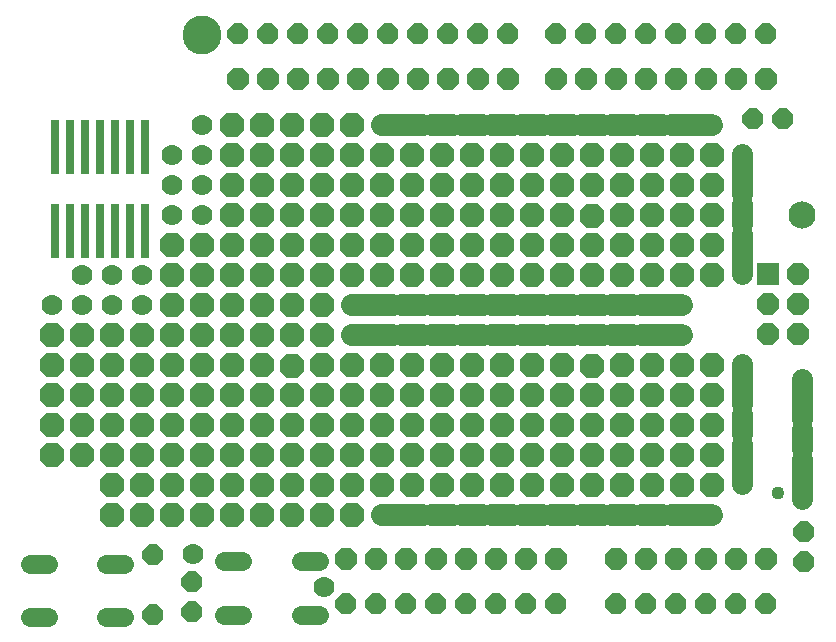
<source format=gts>
G75*
%MOIN*%
%OFA0B0*%
%FSLAX24Y24*%
%IPPOS*%
%LPD*%
%AMOC8*
5,1,8,0,0,1.08239X$1,22.5*
%
%ADD10C,0.1300*%
%ADD11C,0.0906*%
%ADD12C,0.0640*%
%ADD13OC8,0.0700*%
%ADD14C,0.0749*%
%ADD15R,0.0290X0.1790*%
%ADD16C,0.0700*%
%ADD17OC8,0.0740*%
%ADD18C,0.0700*%
%ADD19R,0.0740X0.0740*%
%ADD20C,0.0436*%
%ADD21OC8,0.0808*%
D10*
X006704Y020482D03*
D11*
X026704Y014482D03*
D12*
X001544Y001067D02*
X000944Y001067D01*
X000944Y002847D02*
X001544Y002847D01*
X003504Y002847D02*
X004104Y002847D01*
X004104Y001067D02*
X003504Y001067D01*
X007424Y001142D02*
X008024Y001142D01*
X008024Y002922D02*
X007424Y002922D01*
X009984Y002922D02*
X010584Y002922D01*
X010584Y001142D02*
X009984Y001142D01*
D13*
X011500Y001500D03*
X012500Y001500D03*
X013500Y001500D03*
X014500Y001500D03*
X015500Y001500D03*
X016500Y001500D03*
X017500Y001500D03*
X018500Y001500D03*
X020500Y001500D03*
X021500Y001500D03*
X022500Y001500D03*
X023500Y001500D03*
X024500Y001500D03*
X025500Y001500D03*
X026746Y002918D03*
X026746Y003918D03*
X026068Y017654D03*
X025068Y017654D03*
X025500Y020500D03*
X024500Y020500D03*
X023500Y020500D03*
X022500Y020500D03*
X021500Y020500D03*
X020500Y020500D03*
X019500Y020500D03*
X018500Y020500D03*
X016900Y020500D03*
X015900Y020500D03*
X014900Y020500D03*
X013900Y020500D03*
X012900Y020500D03*
X011900Y020500D03*
X010900Y020500D03*
X009900Y020500D03*
X008900Y020500D03*
X007900Y020500D03*
X005054Y003132D03*
X006354Y002232D03*
X006354Y001232D03*
X005054Y001132D03*
D14*
X012704Y004482D02*
X013413Y004482D01*
X013350Y004482D02*
X014058Y004482D01*
X014350Y004482D02*
X015058Y004482D01*
X015350Y004482D02*
X016058Y004482D01*
X016350Y004482D02*
X017058Y004482D01*
X017350Y004482D02*
X018058Y004482D01*
X018350Y004482D02*
X019058Y004482D01*
X019350Y004482D02*
X020058Y004482D01*
X020350Y004482D02*
X021058Y004482D01*
X021350Y004482D02*
X022058Y004482D01*
X022350Y004482D02*
X023058Y004482D01*
X022995Y004482D02*
X023704Y004482D01*
X022704Y010482D02*
X021995Y010482D01*
X022058Y010482D02*
X021350Y010482D01*
X021058Y010482D02*
X020350Y010482D01*
X020058Y010482D02*
X019350Y010482D01*
X019058Y010482D02*
X018350Y010482D01*
X018058Y010482D02*
X017350Y010482D01*
X017058Y010482D02*
X016350Y010482D01*
X016058Y010482D02*
X015350Y010482D01*
X015058Y010482D02*
X014350Y010482D01*
X014058Y010482D02*
X013350Y010482D01*
X013058Y010482D02*
X012350Y010482D01*
X012413Y010482D02*
X011704Y010482D01*
X011704Y011482D02*
X012413Y011482D01*
X012350Y011482D02*
X013058Y011482D01*
X013350Y011482D02*
X014058Y011482D01*
X014350Y011482D02*
X015058Y011482D01*
X015350Y011482D02*
X016058Y011482D01*
X016350Y011482D02*
X017058Y011482D01*
X017350Y011482D02*
X018058Y011482D01*
X018350Y011482D02*
X019058Y011482D01*
X019350Y011482D02*
X020058Y011482D01*
X020350Y011482D02*
X021058Y011482D01*
X021350Y011482D02*
X022058Y011482D01*
X021995Y011482D02*
X022704Y011482D01*
X022995Y017482D02*
X023704Y017482D01*
X023058Y017482D02*
X022350Y017482D01*
X022058Y017482D02*
X021350Y017482D01*
X021058Y017482D02*
X020350Y017482D01*
X020058Y017482D02*
X019350Y017482D01*
X019058Y017482D02*
X018350Y017482D01*
X018058Y017482D02*
X017350Y017482D01*
X017058Y017482D02*
X016350Y017482D01*
X016058Y017482D02*
X015350Y017482D01*
X015058Y017482D02*
X014350Y017482D01*
X014058Y017482D02*
X013350Y017482D01*
X013413Y017482D02*
X012704Y017482D01*
D15*
X004804Y016732D03*
X004304Y016732D03*
X003804Y016732D03*
X003304Y016732D03*
X002804Y016732D03*
X002304Y016732D03*
X001804Y016732D03*
X001804Y013932D03*
X002304Y013932D03*
X002804Y013932D03*
X003304Y013932D03*
X003804Y013932D03*
X004304Y013932D03*
X004804Y013932D03*
D16*
X005704Y014482D03*
X006704Y014482D03*
X006704Y015482D03*
X005704Y015482D03*
X005704Y016482D03*
X006704Y016482D03*
X006704Y017482D03*
X004704Y012482D03*
X003704Y012482D03*
X003704Y011482D03*
X004704Y011482D03*
X002704Y011482D03*
X001704Y011482D03*
X002704Y012482D03*
X006404Y003182D03*
X010754Y002082D03*
D17*
X011500Y003000D03*
X012500Y003000D03*
X013500Y003000D03*
X014500Y003000D03*
X015500Y003000D03*
X016500Y003000D03*
X017500Y003000D03*
X018500Y003000D03*
X020500Y003000D03*
X021500Y003000D03*
X022500Y003000D03*
X023500Y003000D03*
X024500Y003000D03*
X025500Y003000D03*
X025550Y010500D03*
X026550Y010500D03*
X026550Y011500D03*
X025550Y011500D03*
X026550Y012500D03*
X025500Y019000D03*
X024500Y019000D03*
X023500Y019000D03*
X022500Y019000D03*
X021500Y019000D03*
X020500Y019000D03*
X019500Y019000D03*
X018500Y019000D03*
X016900Y019000D03*
X015900Y019000D03*
X014900Y019000D03*
X013900Y019000D03*
X012900Y019000D03*
X011900Y019000D03*
X010900Y019000D03*
X009900Y019000D03*
X008900Y019000D03*
X007900Y019000D03*
D18*
X024700Y016500D02*
X024700Y015840D01*
X024700Y015830D02*
X024700Y015170D01*
X024700Y014830D02*
X024700Y014170D01*
X024700Y013830D02*
X024700Y013170D01*
X024700Y013160D02*
X024700Y012500D01*
X024700Y009500D02*
X024700Y008840D01*
X024700Y008830D02*
X024700Y008170D01*
X024700Y007830D02*
X024700Y007170D01*
X024700Y006830D02*
X024700Y006170D01*
X024700Y006160D02*
X024700Y005500D01*
X026700Y005660D02*
X026700Y005000D01*
X026700Y005670D02*
X026700Y006330D01*
X026700Y006670D02*
X026700Y007330D01*
X026700Y007670D02*
X026700Y008330D01*
X026700Y008340D02*
X026700Y009000D01*
D19*
X025550Y012500D03*
D20*
X025900Y005200D03*
D21*
X023704Y005482D03*
X023704Y006482D03*
X022704Y006482D03*
X021704Y006482D03*
X021704Y005482D03*
X022704Y005482D03*
X020704Y005482D03*
X019704Y005482D03*
X019704Y006482D03*
X020704Y006482D03*
X020704Y007482D03*
X019704Y007482D03*
X018704Y007482D03*
X017704Y007482D03*
X016704Y007482D03*
X015704Y007482D03*
X014704Y007482D03*
X013704Y007482D03*
X012704Y007482D03*
X011704Y007482D03*
X010704Y007482D03*
X009704Y007482D03*
X008704Y007482D03*
X007704Y007482D03*
X006704Y007482D03*
X005704Y007482D03*
X004704Y007482D03*
X003704Y007482D03*
X002704Y007482D03*
X001704Y007482D03*
X001704Y006482D03*
X002704Y006482D03*
X003704Y006482D03*
X004704Y006482D03*
X005704Y006482D03*
X006704Y006482D03*
X007704Y006482D03*
X008704Y006482D03*
X009704Y006482D03*
X010704Y006482D03*
X011704Y006482D03*
X012704Y006482D03*
X013704Y006482D03*
X014704Y006482D03*
X015704Y006482D03*
X016704Y006482D03*
X017704Y006482D03*
X018704Y006482D03*
X018704Y005482D03*
X017704Y005482D03*
X016704Y005482D03*
X015704Y005482D03*
X014704Y005482D03*
X013704Y005482D03*
X012704Y005482D03*
X011704Y005482D03*
X010704Y005482D03*
X009704Y005482D03*
X008704Y005482D03*
X007704Y005482D03*
X006704Y005482D03*
X005704Y005482D03*
X004704Y005482D03*
X003704Y005482D03*
X003704Y004482D03*
X004704Y004482D03*
X005704Y004482D03*
X006704Y004482D03*
X007704Y004482D03*
X008704Y004482D03*
X009704Y004482D03*
X010704Y004482D03*
X011704Y004482D03*
X011704Y008482D03*
X012704Y008482D03*
X013704Y008482D03*
X014704Y008482D03*
X015704Y008482D03*
X016704Y008482D03*
X017704Y008482D03*
X018704Y008482D03*
X019704Y008482D03*
X020704Y008482D03*
X021704Y008482D03*
X022704Y008482D03*
X023704Y008482D03*
X023704Y009482D03*
X022704Y009482D03*
X021704Y009482D03*
X020704Y009482D03*
X019704Y009432D03*
X018704Y009482D03*
X017704Y009482D03*
X016704Y009482D03*
X015704Y009482D03*
X014704Y009482D03*
X013704Y009482D03*
X012704Y009482D03*
X011704Y009482D03*
X010704Y009482D03*
X010704Y008482D03*
X009704Y008482D03*
X008704Y008482D03*
X008704Y009482D03*
X009704Y009432D03*
X009704Y010482D03*
X008704Y010482D03*
X007704Y010482D03*
X006704Y010482D03*
X005704Y010482D03*
X004704Y010482D03*
X003704Y010482D03*
X002704Y010482D03*
X001704Y010482D03*
X001704Y009482D03*
X002704Y009482D03*
X003704Y009482D03*
X004704Y009482D03*
X005704Y009482D03*
X006704Y009482D03*
X007704Y009482D03*
X007704Y008482D03*
X006704Y008482D03*
X005704Y008482D03*
X004704Y008482D03*
X003704Y008482D03*
X002704Y008482D03*
X001704Y008482D03*
X005704Y011482D03*
X006704Y011482D03*
X007704Y011482D03*
X008704Y011482D03*
X009704Y011482D03*
X010704Y011482D03*
X010704Y012482D03*
X011704Y012482D03*
X012704Y012482D03*
X013704Y012482D03*
X014704Y012482D03*
X015704Y012482D03*
X016704Y012482D03*
X017704Y012482D03*
X018704Y012482D03*
X019704Y012482D03*
X020704Y012482D03*
X021704Y012482D03*
X022704Y012482D03*
X023704Y012482D03*
X023704Y013482D03*
X023704Y014482D03*
X022704Y014482D03*
X021704Y014482D03*
X021704Y013482D03*
X022704Y013482D03*
X020704Y013482D03*
X019704Y013482D03*
X019704Y014432D03*
X020704Y014482D03*
X020704Y015482D03*
X019704Y015482D03*
X018704Y015482D03*
X017704Y015482D03*
X016704Y015482D03*
X015704Y015482D03*
X014704Y015482D03*
X013704Y015482D03*
X012704Y015482D03*
X011704Y015482D03*
X010704Y015482D03*
X009704Y015482D03*
X008704Y015482D03*
X007704Y015482D03*
X007704Y014482D03*
X008704Y014482D03*
X009704Y014482D03*
X010704Y014482D03*
X011704Y014482D03*
X012704Y014482D03*
X013704Y014482D03*
X014704Y014482D03*
X015704Y014482D03*
X016704Y014482D03*
X017704Y014482D03*
X018704Y014482D03*
X018704Y013482D03*
X017704Y013482D03*
X016704Y013482D03*
X015704Y013482D03*
X014704Y013482D03*
X013704Y013482D03*
X012704Y013482D03*
X011704Y013482D03*
X010704Y013482D03*
X009704Y013482D03*
X008704Y013482D03*
X007704Y013482D03*
X006704Y013482D03*
X005704Y013482D03*
X005704Y012482D03*
X006704Y012482D03*
X007704Y012482D03*
X008704Y012482D03*
X009704Y012482D03*
X010704Y010482D03*
X010704Y016482D03*
X011704Y016482D03*
X012704Y016482D03*
X013704Y016482D03*
X014704Y016482D03*
X015704Y016482D03*
X016704Y016482D03*
X017704Y016482D03*
X018704Y016482D03*
X019704Y016482D03*
X020704Y016482D03*
X021704Y016482D03*
X022704Y016482D03*
X023704Y016482D03*
X023704Y015482D03*
X022704Y015482D03*
X021704Y015482D03*
X011704Y017482D03*
X010704Y017482D03*
X009704Y017482D03*
X008704Y017482D03*
X008704Y016482D03*
X009704Y016482D03*
X007704Y016482D03*
X007704Y017482D03*
X021704Y007482D03*
X022704Y007482D03*
X023704Y007482D03*
M02*

</source>
